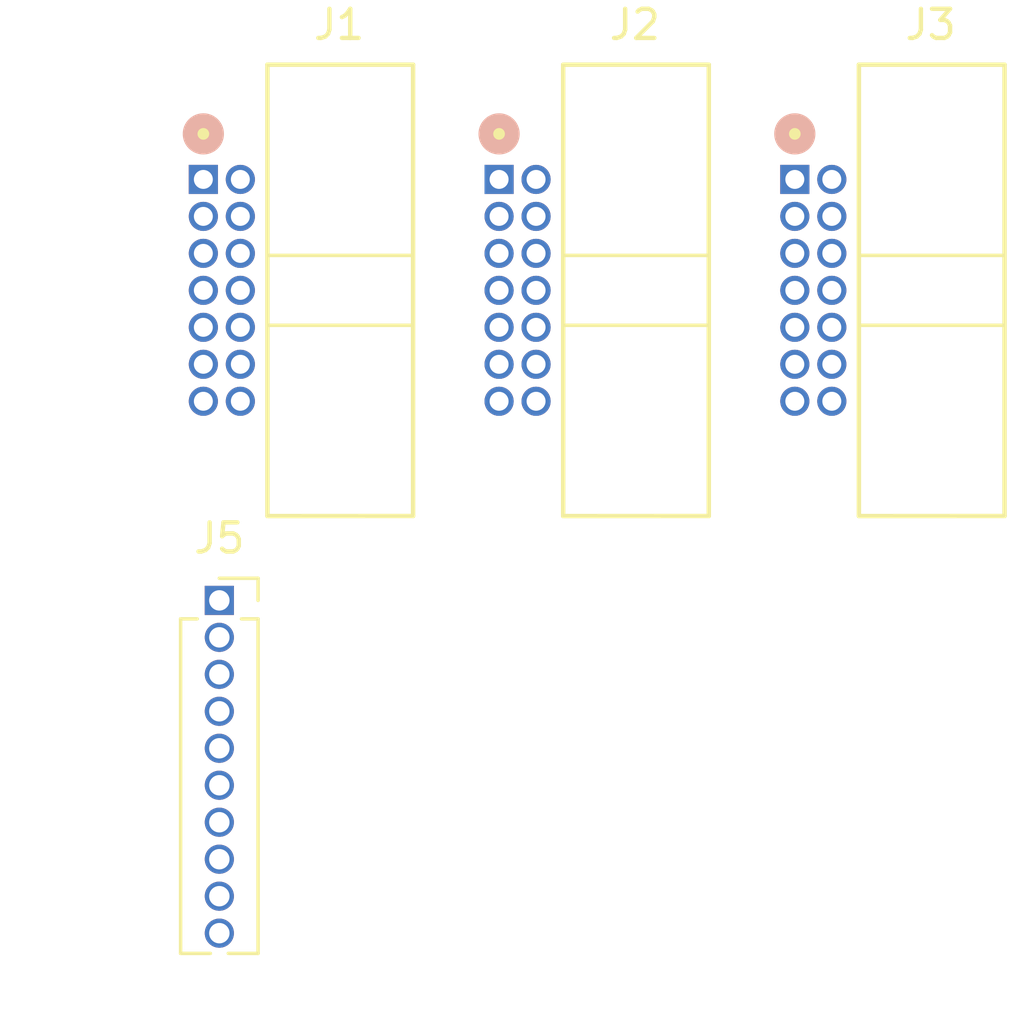
<source format=kicad_pcb>
(kicad_pcb (version 20221018) (generator pcbnew)
  (layers (0 "F.Cu" signal) (31 "B.Cu" signal) (34 "B.Paste" user) (35 "F.Paste" user) (36 "B.SilkS" user "B.Silkscreen") (37 "F.SilkS" user "F.Silkscreen") (38 "B.Mask" user) (39 "F.Mask" user) (44 "Edge.Cuts" user))
  (net 0 "")
  (net 1 "Net-(J1-Pin_1)")
  (net 2 "Net-(J1-Pin_2)")
  (net 3 "Net-(J1-Pin_3)")
  (net 4 "Net-(J1-Pin_4)")
  (net 5 "Net-(J1-Pin_5)")
  (net 6 "Net-(J1-Pin_6)")
  (net 7 "Net-(J1-Pin_7)")
  (net 8 "Net-(J1-Pin_8)")
  (net 9 "Net-(J1-Pin_9)")
  (net 10 "Net-(J1-Pin_10)")
  (net 11 "Net-(J1-Pin_11)")
  (net 12 "Net-(J1-Pin_12)")
  (net 13 "Net-(J1-Pin_13)")
  (net 14 "Net-(J1-Pin_14)")
  (net 17 "/3.3V_Wireless")
  (net 18 "SWDIO_Wireless")
  (net 19 "GND2")
  (net 20 "SWCLK_Wireless")
  (net 21 "SWO_Wireless")
  (net 24 "NRST_Wireless")
  (footprint "TomoshibiLibrary:BoxHeader_2x07_P1.27mm_Horizontal" (layer "F.Cu") (at 68.9252 49.69)
    (fp_text reference "J1" (at 4.6618 -9.124 unlocked) (layer "F.SilkS"))
    (fp_text value "Conn_01x14_Pin")
    (fp_circle (center 0 -5.374) (end 0.2 -5.374) (stroke (width 0.508)) (fill none) (layer "B.SilkS"))
    (fp_line (start 2.2 -7.75) (end 2.2 7.75) (stroke (width 0.1524)) (layer "F.SilkS"))
    (fp_line (start 2.200799 7.753) (end 7.2 7.75) (stroke (width 0.1524)) (layer "F.SilkS"))
    (fp_line (start 7.2 -7.75) (end 2.200799 -7.75) (stroke (width 0.1524)) (layer "F.SilkS"))
    (fp_line (start 7.2 -1.2) (end 2.2 -1.2) (stroke (width 0.12)) (layer "F.SilkS"))
    (fp_line (start 7.2 1.2) (end 2.2 1.2) (stroke (width 0.12)) (layer "F.SilkS"))
    (fp_line (start 7.2 7.75) (end 7.2 -7.75) (stroke (width 0.1524)) (layer "F.SilkS"))
    (fp_circle (center 0 -5.374) (end 0.2 -5.374) (stroke (width 0.508)) (fill solid) (layer "F.SilkS"))
    (pad "1" thru_hole rect (at 0 -3.81 90) (size 1 1) (drill 0.65) (layers "*.Cu" "*.Mask") (net 1 "Net-(J1-Pin_1)"))
    (pad "2" thru_hole circle (at 1.27 -3.81 90) (size 1 1) (drill 0.65) (layers "*.Cu" "*.Mask") (net 2 "Net-(J1-Pin_2)"))
    (pad "3" thru_hole circle (at 0 -2.54 90) (size 1 1) (drill 0.65) (layers "*.Cu" "*.Mask") (net 3 "Net-(J1-Pin_3)"))
    (pad "4" thru_hole circle (at 1.27 -2.54 90) (size 1 1) (drill 0.65) (layers "*.Cu" "*.Mask") (net 4 "Net-(J1-Pin_4)"))
    (pad "5" thru_hole circle (at 0 -1.27 90) (size 1 1) (drill 0.65) (layers "*.Cu" "*.Mask") (net 5 "Net-(J1-Pin_5)"))
    (pad "6" thru_hole circle (at 1.27 -1.27 90) (size 1 1) (drill 0.65) (layers "*.Cu" "*.Mask") (net 6 "Net-(J1-Pin_6)"))
    (pad "7" thru_hole circle (at 0 0 90) (size 1 1) (drill 0.65) (layers "*.Cu" "*.Mask") (net 7 "Net-(J1-Pin_7)"))
    (pad "8" thru_hole circle (at 1.27 0 90) (size 1 1) (drill 0.65) (layers "*.Cu" "*.Mask") (net 8 "Net-(J1-Pin_8)"))
    (pad "9" thru_hole circle (at 0 1.27 90) (size 1 1) (drill 0.65) (layers "*.Cu" "*.Mask") (net 9 "Net-(J1-Pin_9)"))
    (pad "10" thru_hole circle (at 1.27 1.27 90) (size 1 1) (drill 0.65) (layers "*.Cu" "*.Mask") (net 10 "Net-(J1-Pin_10)"))
    (pad "11" thru_hole circle (at 0 2.54 90) (size 1 1) (drill 0.65) (layers "*.Cu" "*.Mask") (net 11 "Net-(J1-Pin_11)"))
    (pad "12" thru_hole circle (at 1.27 2.54 90) (size 1 1) (drill 0.65) (layers "*.Cu" "*.Mask") (net 12 "Net-(J1-Pin_12)"))
    (pad "13" thru_hole circle (at 0 3.81 90) (size 1 1) (drill 0.65) (layers "*.Cu" "*.Mask") (net 13 "Net-(J1-Pin_13)"))
    (pad "14" thru_hole circle (at 1.27 3.81 90) (size 1 1) (drill 0.65) (layers "*.Cu" "*.Mask") (net 14 "Net-(J1-Pin_14)"))
  )
  (footprint "Connector_PinSocket_1.27mm:PinSocket_1x10_P1.27mm_Vertical" (layer "F.Cu") (at 69.474 60.3388)
    (fp_text reference "J5" (at 0 -2.135) (layer "F.SilkS"))
    (fp_text value "Conn_01x10_Socket")
    (fp_line (start -1.33 0.635) (end -1.33 12.125) (stroke (width 0.12)) (layer "F.SilkS"))
    (fp_line (start -1.33 0.635) (end -0.76 0.635) (stroke (width 0.12)) (layer "F.SilkS"))
    (fp_line (start -1.33 12.125) (end -0.30753 12.125) (stroke (width 0.12)) (layer "F.SilkS"))
    (fp_line (start 0 -0.76) (end 1.33 -0.76) (stroke (width 0.12)) (layer "F.SilkS"))
    (fp_line (start 0.30753 12.125) (end 1.33 12.125) (stroke (width 0.12)) (layer "F.SilkS"))
    (fp_line (start 0.76 0.635) (end 1.33 0.635) (stroke (width 0.12)) (layer "F.SilkS"))
    (fp_line (start 1.33 -0.76) (end 1.33 0) (stroke (width 0.12)) (layer "F.SilkS"))
    (fp_line (start 1.33 0.635) (end 1.33 12.125) (stroke (width 0.12)) (layer "F.SilkS"))
    (pad "1" thru_hole rect (at 0 0) (size 1 1) (drill 0.7) (layers "*.Cu" "*.Mask"))
    (pad "2" thru_hole oval (at 0 1.27) (size 1 1) (drill 0.7) (layers "*.Cu" "*.Mask"))
    (pad "3" thru_hole oval (at 0 2.54) (size 1 1) (drill 0.7) (layers "*.Cu" "*.Mask"))
    (pad "4" thru_hole oval (at 0 3.81) (size 1 1) (drill 0.7) (layers "*.Cu" "*.Mask"))
    (pad "5" thru_hole oval (at 0 5.08) (size 1 1) (drill 0.7) (layers "*.Cu" "*.Mask"))
    (pad "6" thru_hole oval (at 0 6.35) (size 1 1) (drill 0.7) (layers "*.Cu" "*.Mask"))
    (pad "7" thru_hole oval (at 0 7.62) (size 1 1) (drill 0.7) (layers "*.Cu" "*.Mask"))
    (pad "8" thru_hole oval (at 0 8.89) (size 1 1) (drill 0.7) (layers "*.Cu" "*.Mask"))
    (pad "9" thru_hole oval (at 0 10.16) (size 1 1) (drill 0.7) (layers "*.Cu" "*.Mask"))
    (pad "10" thru_hole oval (at 0 11.43) (size 1 1) (drill 0.7) (layers "*.Cu" "*.Mask"))
  )
  (footprint "TomoshibiLibrary:BoxHeader_2x07_P1.27mm_Horizontal" (layer "F.Cu") (at 89.23 49.69)
    (fp_text reference "J3" (at 4.6618 -9.124 unlocked) (layer "F.SilkS"))
    (fp_text value "Conn_01x14_Pin")
    (fp_circle (center 0 -5.374) (end 0.2 -5.374) (stroke (width 0.508)) (fill none) (layer "B.SilkS"))
    (fp_line (start 2.2 -7.75) (end 2.2 7.75) (stroke (width 0.1524)) (layer "F.SilkS"))
    (fp_line (start 2.200799 7.753) (end 7.2 7.75) (stroke (width 0.1524)) (layer "F.SilkS"))
    (fp_line (start 7.2 -7.75) (end 2.200799 -7.75) (stroke (width 0.1524)) (layer "F.SilkS"))
    (fp_line (start 7.2 -1.2) (end 2.2 -1.2) (stroke (width 0.12)) (layer "F.SilkS"))
    (fp_line (start 7.2 1.2) (end 2.2 1.2) (stroke (width 0.12)) (layer "F.SilkS"))
    (fp_line (start 7.2 7.75) (end 7.2 -7.75) (stroke (width 0.1524)) (layer "F.SilkS"))
    (fp_circle (center 0 -5.374) (end 0.2 -5.374) (stroke (width 0.508)) (fill solid) (layer "F.SilkS"))
    (pad "1" thru_hole rect (at 0 -3.81 90) (size 1 1) (drill 0.65) (layers "*.Cu" "*.Mask"))
    (pad "2" thru_hole circle (at 1.27 -3.81 90) (size 1 1) (drill 0.65) (layers "*.Cu" "*.Mask"))
    (pad "3" thru_hole circle (at 0 -2.54 90) (size 1 1) (drill 0.65) (layers "*.Cu" "*.Mask") (net 17 "/3.3V_Wireless"))
    (pad "4" thru_hole circle (at 1.27 -2.54 90) (size 1 1) (drill 0.65) (layers "*.Cu" "*.Mask") (net 18 "SWDIO_Wireless"))
    (pad "5" thru_hole circle (at 0 -1.27 90) (size 1 1) (drill 0.65) (layers "*.Cu" "*.Mask") (net 19 "GND2"))
    (pad "6" thru_hole circle (at 1.27 -1.27 90) (size 1 1) (drill 0.65) (layers "*.Cu" "*.Mask") (net 20 "SWCLK_Wireless"))
    (pad "7" thru_hole circle (at 0 0 90) (size 1 1) (drill 0.65) (layers "*.Cu" "*.Mask") (net 19 "GND2"))
    (pad "8" thru_hole circle (at 1.27 0 90) (size 1 1) (drill 0.65) (layers "*.Cu" "*.Mask") (net 21 "SWO_Wireless"))
    (pad "9" thru_hole circle (at 0 1.27 90) (size 1 1) (drill 0.65) (layers "*.Cu" "*.Mask"))
    (pad "10" thru_hole circle (at 1.27 1.27 90) (size 1 1) (drill 0.65) (layers "*.Cu" "*.Mask"))
    (pad "11" thru_hole circle (at 0 2.54 90) (size 1 1) (drill 0.65) (layers "*.Cu" "*.Mask") (net 19 "GND2"))
    (pad "12" thru_hole circle (at 1.27 2.54 90) (size 1 1) (drill 0.65) (layers "*.Cu" "*.Mask") (net 24 "NRST_Wireless"))
    (pad "13" thru_hole circle (at 0 3.81 90) (size 1 1) (drill 0.65) (layers "*.Cu" "*.Mask"))
    (pad "14" thru_hole circle (at 1.27 3.81 90) (size 1 1) (drill 0.65) (layers "*.Cu" "*.Mask"))
  )
  (footprint "TomoshibiLibrary:BoxHeader_2x07_P1.27mm_Horizontal" (layer "F.Cu") (at 79.0776 49.69)
    (fp_text reference "J2" (at 4.6618 -9.124 unlocked) (layer "F.SilkS"))
    (fp_text value "Conn_01x14_Pin")
    (fp_circle (center 0 -5.374) (end 0.2 -5.374) (stroke (width 0.508)) (fill none) (layer "B.SilkS"))
    (fp_line (start 2.2 -7.75) (end 2.2 7.75) (stroke (width 0.1524)) (layer "F.SilkS"))
    (fp_line (start 2.200799 7.753) (end 7.2 7.75) (stroke (width 0.1524)) (layer "F.SilkS"))
    (fp_line (start 7.2 -7.75) (end 2.200799 -7.75) (stroke (width 0.1524)) (layer "F.SilkS"))
    (fp_line (start 7.2 -1.2) (end 2.2 -1.2) (stroke (width 0.12)) (layer "F.SilkS"))
    (fp_line (start 7.2 1.2) (end 2.2 1.2) (stroke (width 0.12)) (layer "F.SilkS"))
    (fp_line (start 7.2 7.75) (end 7.2 -7.75) (stroke (width 0.1524)) (layer "F.SilkS"))
    (fp_circle (center 0 -5.374) (end 0.2 -5.374) (stroke (width 0.508)) (fill solid) (layer "F.SilkS"))
    (pad "1" thru_hole rect (at 0 -3.81 90) (size 1 1) (drill 0.65) (layers "*.Cu" "*.Mask") (net 1 "Net-(J1-Pin_1)"))
    (pad "2" thru_hole circle (at 1.27 -3.81 90) (size 1 1) (drill 0.65) (layers "*.Cu" "*.Mask") (net 2 "Net-(J1-Pin_2)"))
    (pad "3" thru_hole circle (at 0 -2.54 90) (size 1 1) (drill 0.65) (layers "*.Cu" "*.Mask") (net 3 "Net-(J1-Pin_3)"))
    (pad "4" thru_hole circle (at 1.27 -2.54 90) (size 1 1) (drill 0.65) (layers "*.Cu" "*.Mask") (net 4 "Net-(J1-Pin_4)"))
    (pad "5" thru_hole circle (at 0 -1.27 90) (size 1 1) (drill 0.65) (layers "*.Cu" "*.Mask") (net 5 "Net-(J1-Pin_5)"))
    (pad "6" thru_hole circle (at 1.27 -1.27 90) (size 1 1) (drill 0.65) (layers "*.Cu" "*.Mask") (net 6 "Net-(J1-Pin_6)"))
    (pad "7" thru_hole circle (at 0 0 90) (size 1 1) (drill 0.65) (layers "*.Cu" "*.Mask") (net 7 "Net-(J1-Pin_7)"))
    (pad "8" thru_hole circle (at 1.27 0 90) (size 1 1) (drill 0.65) (layers "*.Cu" "*.Mask") (net 8 "Net-(J1-Pin_8)"))
    (pad "9" thru_hole circle (at 0 1.27 90) (size 1 1) (drill 0.65) (layers "*.Cu" "*.Mask") (net 9 "Net-(J1-Pin_9)"))
    (pad "10" thru_hole circle (at 1.27 1.27 90) (size 1 1) (drill 0.65) (layers "*.Cu" "*.Mask") (net 10 "Net-(J1-Pin_10)"))
    (pad "11" thru_hole circle (at 0 2.54 90) (size 1 1) (drill 0.65) (layers "*.Cu" "*.Mask") (net 11 "Net-(J1-Pin_11)"))
    (pad "12" thru_hole circle (at 1.27 2.54 90) (size 1 1) (drill 0.65) (layers "*.Cu" "*.Mask") (net 12 "Net-(J1-Pin_12)"))
    (pad "13" thru_hole circle (at 0 3.81 90) (size 1 1) (drill 0.65) (layers "*.Cu" "*.Mask") (net 13 "Net-(J1-Pin_13)"))
    (pad "14" thru_hole circle (at 1.27 3.81 90) (size 1 1) (drill 0.65) (layers "*.Cu" "*.Mask") (net 14 "Net-(J1-Pin_14)"))
  )
)
</source>
